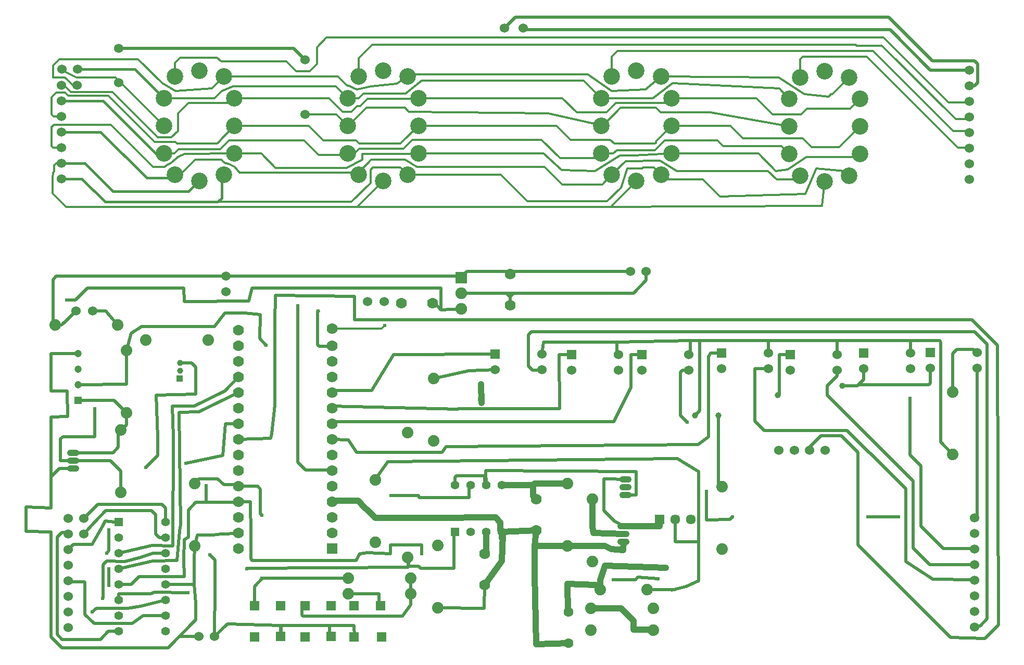
<source format=gbl>
G04 ---------------------------- Layer name :BOTTOM LAYER*
G04 EasyEDA v5.8.22, Tue, 15 Jan 2019 07:50:08 GMT*
G04 124a35e5ee4140e2850748e1f34f2f7a*
G04 Gerber Generator version 0.2*
G04 Scale: 100 percent, Rotated: No, Reflected: No *
G04 Dimensions in millimeters *
G04 leading zeros omitted , absolute positions ,3 integer and 3 decimal *
%FSLAX33Y33*%
%MOMM*%
G90*
G71D02*

%ADD11C,0.499999*%
%ADD13C,0.999998*%
%ADD14C,0.299974*%
%ADD15C,0.619760*%
%ADD16R,1.778000X1.778000*%
%ADD17C,1.778000*%
%ADD18R,1.397000X1.397000*%
%ADD19C,1.397000*%
%ADD20C,1.879600*%
%ADD21R,1.612900X1.612900*%
%ADD22C,1.612900*%
%ADD23C,1.599999*%
%ADD24R,1.524000X1.524000*%
%ADD25C,1.524000*%
%ADD26R,1.198880X1.198880*%
%ADD27C,1.198880*%
%ADD28R,0.990600X0.990600*%
%ADD29C,0.990600*%
%ADD30R,1.905000X1.905000*%
%ADD31C,1.905000*%
%ADD32C,2.700020*%
%ADD33C,1.000001*%
%ADD34C,0.508000*%
%ADD35C,0.499872*%
%ADD36C,0.399999*%

%LPD*%
G54D13*
G01X50853Y27669D02*
G01X55425Y27669D01*
G01X56589Y26504D01*
G01X56589Y26504D02*
G01X56949Y26145D01*
G01X56949Y26145D02*
G01X56949Y26145D01*
G01X58219Y24875D01*
G01X67363Y24875D01*
G01X67363Y24875D02*
G01X77771Y24936D01*
G01X78539Y24113D01*
G01X78539Y22843D01*
G01X78793Y22589D01*
G01X76253Y22589D02*
G01X76253Y21147D01*
G01X76253Y19287D01*
G01X75999Y19033D01*
G01X75999Y18779D01*
G01X75999Y13953D02*
G01X78839Y17803D01*
G01X78961Y22115D01*
G01X78820Y21548D01*
G01X78793Y22589D01*
G54D11*
G01X62740Y28499D02*
G01X60779Y28498D01*
G01X63497Y28486D01*
G01X65240Y28499D01*
G01X65331Y28178D01*
G01X73459Y28178D01*
G01X73459Y29956D01*
G01X73713Y30210D01*
G54D13*
G01X78793Y30209D02*
G01X81734Y30209D01*
G01X83873Y30209D01*
G01X84127Y30463D01*
G01X78793Y22589D02*
G01X84401Y22842D01*
G01X84127Y20303D01*
G01X84127Y30463D02*
G01X89461Y30463D01*
G01X84127Y20303D02*
G01X89461Y20303D01*
G54D11*
G01X98592Y23528D02*
G01X98592Y23528D01*
G01X97081Y24368D01*
G01X95420Y26029D01*
G01X95420Y31199D01*
G01X96936Y31198D01*
G01X98981Y31069D01*
G01X99184Y30921D01*
G54D13*
G01X98592Y23528D02*
G01X104460Y23519D01*
G01X104470Y24640D01*
G01X104470Y24640D01*
G01X89461Y20303D02*
G01X95557Y20303D01*
G01X96619Y19749D01*
G01X98540Y19629D01*
G01X98592Y20988D01*
G01X93525Y27923D02*
G01X93519Y23449D01*
G01X93720Y22373D01*
G01X98592Y22258D01*
G54D11*
G01X71173Y30209D02*
G01X71173Y31479D01*
G01X71427Y31733D01*
G01X75999Y31733D01*
G01X75999Y30463D01*
G01X76253Y30209D01*
G01X76273Y30208D02*
G01X76222Y32555D01*
G01X100705Y32385D01*
G01X100705Y29210D01*
G01X100705Y28575D01*
G01X100705Y28575D01*
G01X98930Y28600D01*
G54D34*
G01X58240Y31079D02*
G01X58981Y32242D01*
G01X60319Y34048D01*
G01X107320Y34549D01*
G01X110865Y32385D01*
G01X110865Y27805D01*
G01X110865Y27305D01*
G01X110865Y24130D01*
G01X110865Y20955D01*
G01X107055Y20955D01*
G01X107007Y24620D01*
G01X107007Y24620D01*
G01X106479Y13191D02*
G01X106460Y13119D01*
G01X108765Y13699D01*
G01X110865Y14605D01*
G01X110865Y24621D01*
G54D11*
G01X102415Y13191D02*
G01X105178Y13191D01*
G01X106479Y13191D01*
G01X106987Y13191D01*
G54D13*
G01X89662Y9519D02*
G01X89580Y9519D01*
G01X89500Y14159D01*
G01X94023Y13964D01*
G01X94795Y13192D01*
G01X89662Y4439D02*
G01X84380Y4320D01*
G01X84170Y15595D01*
G01X84127Y20304D01*
G01X94795Y13191D02*
G01X94795Y14715D01*
G01X95569Y17048D01*
G01X105463Y16747D01*
G01X83873Y30209D02*
G01X83873Y28431D01*
G01X84381Y27923D01*
G54D11*
G01X84381Y22843D02*
G01X84381Y20557D01*
G01X84635Y20303D01*
G54D13*
G01X93271Y10143D02*
G01X98224Y10143D01*
G01X100269Y8100D01*
G01X100269Y6697D01*
G01X103321Y6697D01*
G01X103431Y6587D01*
G54D11*
G01X51058Y45615D02*
G01X57662Y45615D01*
G01X61218Y51457D01*
G01X77740Y51551D01*
G01X90173Y51456D02*
G01X88141Y51456D01*
G01X88220Y42672D01*
G01X71727Y42672D01*
G01X71727Y42602D01*
G01X51057Y43074D01*
G01X101604Y51457D02*
G01X100334Y51457D01*
G01X99826Y51457D01*
G01X99826Y46123D01*
G01X97032Y40535D01*
G01X51058Y40535D01*
G01X114559Y51711D02*
G01X112781Y51711D01*
G01X112473Y51112D01*
G01X112473Y38112D01*
G01X110707Y36830D01*
G01X69740Y36499D01*
G01X69070Y35560D01*
G01X64943Y35560D01*
G01X55240Y35499D01*
G01X53820Y37548D01*
G01X51219Y37612D01*
G01X67740Y47579D02*
G01X73474Y48864D01*
G01X77739Y49009D01*
G01X77739Y49009D01*
G01X123699Y44818D02*
G01X123976Y44852D01*
G01X123956Y51457D01*
G01X124718Y51457D01*
G01X125734Y51457D01*
G01X125734Y51457D01*
G54D13*
G01X75441Y46630D02*
G01X75477Y43603D01*
G01X75476Y44352D01*
G01X75477Y43603D01*
G54D11*
G01X134232Y46378D02*
G01X136656Y46377D01*
G01X137672Y47393D01*
G01X137672Y49171D01*
G01X85360Y51548D02*
G01X85602Y53489D01*
G01X97286Y53489D01*
G01X97540Y53489D01*
G01X97540Y51711D01*
G01X97794Y51457D01*
G01X97540Y53489D02*
G01X109478Y53743D01*
G01X109478Y51711D01*
G01X109224Y51457D01*
G01X109478Y53743D02*
G01X111002Y53743D01*
G01X111002Y53743D02*
G01X122178Y53743D01*
G01X122178Y51711D01*
G01X122178Y53743D02*
G01X133354Y53743D01*
G01X133354Y51457D01*
G01X133354Y53743D02*
G01X145292Y53743D01*
G01X145292Y51711D01*
G01X111002Y53743D02*
G01X111002Y42313D01*
G01X110240Y41551D01*
G01X109225Y48915D02*
G01X108165Y48915D01*
G01X107840Y48587D01*
G01X107840Y41527D01*
G01X108938Y40429D01*
G01X114051Y41551D02*
G01X114051Y30530D01*
G01X114627Y29954D01*
G01X16497Y19116D02*
G01X21910Y20378D01*
G01X25319Y20298D01*
G01X25420Y38058D01*
G01X25420Y38058D01*
G01X25420Y38058D01*
G01X25219Y43048D01*
G01X28819Y43048D01*
G01X33738Y45534D01*
G01X35979Y47772D01*
G01X16497Y16576D02*
G01X22023Y17821D01*
G01X26000Y17940D01*
G01X26436Y22740D01*
G01X26570Y23799D01*
G01X26319Y42049D01*
G01X29519Y42148D01*
G01X35979Y45232D01*
G01X16497Y11495D02*
G01X16497Y11495D01*
G01X16502Y12507D01*
G01X21701Y12506D01*
G01X22326Y12768D01*
G01X27759Y12715D01*
G01X24117Y24195D02*
G01X24117Y26472D01*
G01X23522Y27067D01*
G01X13120Y27067D01*
G01X10853Y24800D01*
G01X24117Y21655D02*
G01X23083Y21655D01*
G01X22482Y22257D01*
G01X22482Y25377D01*
G01X21832Y26027D01*
G01X14422Y26027D01*
G01X12602Y24207D01*
G01X10853Y22260D01*
G01X16497Y6415D02*
G01X14830Y6415D01*
G01X13512Y5097D01*
G01X7272Y5097D01*
G01X6492Y5877D01*
G01X6492Y21737D01*
G01X7272Y22517D01*
G01X8056Y22517D01*
G01X8313Y22260D01*
G01X16502Y24208D02*
G01X15852Y24208D01*
G01X14320Y24348D01*
G01X13919Y23548D01*
G01X12212Y20566D01*
G01X9161Y20566D01*
G01X8313Y19720D01*
G01X24117Y8955D02*
G01X20490Y8955D01*
G01X18720Y7648D01*
G01X12519Y7648D01*
G01X11042Y9127D01*
G01X11042Y14327D01*
G01X10912Y14457D01*
G01X8496Y14457D01*
G01X8313Y14640D01*
G01X24117Y11495D02*
G01X20089Y10499D01*
G01X17932Y10167D01*
G01X12862Y10167D01*
G01X12212Y9517D01*
G01X24117Y19116D02*
G01X22070Y19116D01*
G01X20089Y18428D01*
G01X17489Y17778D01*
G01X14551Y17838D01*
G01X13964Y17251D01*
G01X13964Y11856D01*
G01X13901Y11727D01*
G01X16497Y14030D02*
G01X18552Y14030D01*
G01X19829Y15308D01*
G01X26720Y15308D01*
G01X27170Y15340D01*
G01X27070Y18048D01*
G01X27172Y21336D01*
G01X27820Y21737D01*
G01X27820Y26159D01*
G01X29060Y27398D01*
G01X30720Y27449D01*
G01X30720Y27449D02*
G01X35925Y27398D01*
G01X35979Y27452D01*
G01X24070Y14048D02*
G01X28819Y14048D01*
G01X28819Y14048D01*
G01X28801Y17645D01*
G01X28834Y20302D01*
G01X29319Y22048D01*
G01X30820Y22048D01*
G01X31820Y22048D01*
G01X33152Y22283D01*
G01X35935Y22329D01*
G01X35979Y22372D01*
G01X85360Y49008D02*
G01X83853Y48915D01*
G01X83139Y49628D01*
G01X83139Y54698D01*
G01X83659Y55218D01*
G01X155679Y55218D01*
G01X157759Y53138D01*
G01X157759Y8418D01*
G01X156589Y7248D01*
G01X155816Y7248D01*
G01X155679Y7112D01*
G01X122179Y49169D02*
G01X119989Y49169D01*
G01X119931Y49108D01*
G01X119931Y40657D01*
G01X121460Y39128D01*
G01X134932Y39128D01*
G01X138569Y35491D01*
G01X138648Y35458D01*
G01X144500Y29608D01*
G01X144500Y17780D01*
G01X148920Y14919D01*
G01X155623Y14787D01*
G01X155679Y14732D01*
G01X133355Y48915D02*
G01X133355Y47974D01*
G01X131759Y46378D01*
G01X131759Y44819D01*
G01X145669Y30909D01*
G01X145669Y19989D01*
G01X148399Y17259D01*
G01X155666Y17259D01*
G01X155679Y17272D01*
G01X145207Y44329D02*
G01X145207Y35139D01*
G01X146969Y33378D01*
G01X146969Y23500D01*
G01X150609Y19857D01*
G01X155420Y19857D01*
G01X155679Y19812D01*
G01X155679Y19812D01*
G01X155679Y19812D01*
G01X156080Y49237D02*
G01X156080Y25293D01*
G01X155679Y24892D01*
G01X96918Y14787D02*
G01X100558Y14787D01*
G01X100949Y15179D01*
G01X104214Y14948D01*
G01X104199Y14918D01*
G01X128889Y35880D02*
G01X128889Y36360D01*
G01X130749Y38219D01*
G01X134028Y38219D01*
G01X136700Y35547D01*
G01X136700Y20507D01*
G01X151780Y5427D01*
G01X157396Y5252D01*
G01X159583Y7442D01*
G01X159451Y53009D01*
G01X155290Y57167D01*
G01X54858Y57150D01*
G01X54859Y60968D01*
G01X41990Y61098D01*
G01X41930Y56649D01*
G01X41930Y43258D01*
G01X41409Y38580D01*
G01X41249Y37823D01*
G01X35979Y37612D01*
G01X9103Y35455D02*
G01X15536Y35455D01*
G01X16450Y36368D01*
G01X16450Y38743D01*
G01X16878Y39171D01*
G01X9103Y34185D02*
G01X15123Y34185D01*
G01X16839Y32469D01*
G01X16839Y29050D01*
G01X16878Y29011D01*
G01X9875Y46507D02*
G01X9875Y46507D01*
G01X17810Y46669D01*
G01X17744Y52097D01*
G01X30720Y30149D02*
G01X30720Y27449D01*
G01X9103Y32915D02*
G01X6885Y32915D01*
G01X5529Y31559D01*
G01X5529Y26484D01*
G01X1419Y26616D01*
G01X1421Y22652D01*
G01X5529Y22620D01*
G01X5529Y5519D01*
G01X7310Y3738D01*
G01X24511Y3738D01*
G01X29060Y8288D01*
G01X29060Y11018D01*
G01X28818Y14048D01*
G01X17744Y41937D02*
G01X17744Y40038D01*
G01X16878Y39171D01*
G01X9872Y43967D02*
G01X15714Y43967D01*
G01X17744Y41937D01*
G01X9875Y51587D02*
G01X5501Y51587D01*
G01X5501Y45499D01*
G01X8089Y45499D01*
G01X8190Y41340D01*
G01X5501Y41285D01*
G01X5501Y31689D01*
G01X5529Y31559D01*
G01X17744Y52097D02*
G01X18529Y54957D01*
G01X20219Y55998D01*
G01X21127Y55999D01*
G01X32049Y55999D01*
G01X33738Y58209D01*
G01X36990Y58209D01*
G01X39520Y57979D01*
G01X39458Y54051D01*
G01X40500Y53009D01*
G01X26461Y50088D02*
G01X28341Y50088D01*
G01X29019Y49410D01*
G01X29020Y45048D01*
G01X22621Y44848D01*
G01X22819Y38059D01*
G01X22819Y35069D01*
G01X20868Y33119D01*
G01X21000Y33119D01*
G01X7480Y56648D02*
G01X7611Y56648D01*
G01X9560Y58597D01*
G01X12291Y58597D02*
G01X14389Y58597D01*
G01X16324Y56266D01*
G01X35979Y27452D02*
G01X37899Y27528D01*
G01X38028Y22070D01*
G01X38028Y21158D01*
G01X38028Y20899D01*
G01X38028Y18298D01*
G01X38160Y17909D01*
G01X55110Y17909D01*
G01X55740Y18999D01*
G01X56956Y19182D01*
G01X60740Y18999D01*
G01X60740Y20499D01*
G01X65740Y20500D01*
G01X65740Y18999D01*
G01X29574Y5544D02*
G01X26334Y5554D01*
G01X26329Y5560D01*
G01X32113Y5544D02*
G01X32174Y13797D01*
G01X32174Y13797D01*
G01X28834Y30462D02*
G01X28834Y30563D01*
G01X29513Y31242D01*
G01X32626Y31242D01*
G01X33569Y30298D01*
G01X35672Y30298D01*
G01X35979Y29992D01*
G01X35979Y29992D02*
G01X39126Y29992D01*
G01X39569Y29548D01*
G01X39569Y25548D01*
G01X39819Y25298D01*
G01X5821Y61548D02*
G01X5819Y56611D01*
G01X6164Y56266D01*
G01X6164Y56266D02*
G01X7228Y56266D01*
G01X7612Y56649D01*
G01X37320Y16548D02*
G01X37320Y16649D01*
G01X63580Y16800D01*
G01X63500Y18480D01*
G01X63741Y16959D01*
G01X65239Y17000D01*
G01X65641Y16649D01*
G01X71069Y16649D01*
G01X71069Y22486D01*
G01X71173Y22590D01*
G01X32174Y13797D02*
G01X32174Y17985D01*
G01X31320Y18839D01*
G01X112135Y29210D02*
G01X112135Y29210D01*
G01X112120Y24554D01*
G01X115892Y24622D01*
G01X116319Y25049D01*
G01X138320Y25049D02*
G01X143319Y25049D01*
G01X45629Y59408D02*
G01X45629Y33938D01*
G01X46918Y32649D01*
G01X51102Y32649D01*
G01X51219Y32532D01*
G01X42819Y7366D02*
G01X50820Y7366D01*
G01X50820Y5766D01*
G01X51056Y5529D01*
G01X50820Y7366D02*
G01X54780Y7359D01*
G01X54820Y5466D01*
G01X54820Y5466D01*
G01X53825Y12542D02*
G01X58813Y12542D01*
G01X58820Y12548D01*
G01X58820Y10768D01*
G01X59057Y10530D01*
G01X63985Y12542D02*
G01X63985Y15034D01*
G01X63985Y12542D02*
G01X63985Y10771D01*
G01X62617Y8890D01*
G01X46479Y8890D01*
G01X46319Y9050D01*
G01X46319Y10045D01*
G01X46822Y10548D01*
G01X35979Y40152D02*
G01X33822Y40152D01*
G01X33420Y35039D01*
G01X27419Y33748D01*
G01X14919Y22948D02*
G01X14919Y19547D01*
G01X14521Y19149D01*
G01X14919Y13848D02*
G01X14919Y16548D01*
G01X68425Y10236D02*
G01X75940Y10160D01*
G01X76019Y13952D01*
G01X76019Y13952D01*
G01X76019Y13952D01*
G01X76019Y13952D01*
G54D35*
G01X42920Y7366D02*
G01X42920Y5651D01*
G01X42819Y5549D01*
G01X42819Y5549D02*
G01X42819Y5816D01*
G01X42819Y7366D01*
G01X34193Y7620D01*
G01X32118Y5544D01*
G54D11*
G01X39819Y15049D02*
G01X53809Y15049D01*
G01X53825Y15034D01*
G01X148460Y49237D02*
G01X148460Y46799D01*
G01X148220Y46559D01*
G01X136836Y46559D01*
G01X136768Y46492D01*
G01X145293Y53743D02*
G01X149996Y53743D01*
G01X150220Y53519D01*
G01X150220Y37211D01*
G01X152165Y35186D01*
G01X152165Y45346D02*
G01X152163Y51623D01*
G01X152860Y52319D01*
G01X155538Y52319D01*
G01X156080Y51777D01*
G54D14*
G01X51219Y55646D02*
G01X59286Y55646D01*
G01X59801Y56159D01*
G54D11*
G01X38580Y10568D02*
G01X38580Y13728D01*
G01X39900Y15049D01*
G01X9103Y34185D02*
G01X7020Y34189D01*
G01X7020Y37699D01*
G01X7410Y38089D01*
G01X12610Y38089D01*
G01X12611Y38940D01*
G01X12610Y42638D01*
G01X5821Y61546D02*
G01X5821Y63670D01*
G01X6370Y64219D01*
G01X71997Y64219D01*
G01X72200Y64016D01*
G01X8061Y60319D02*
G01X9491Y60319D01*
G01X11440Y62270D01*
G01X27119Y62270D01*
G01X27170Y60060D01*
G01X37701Y60190D01*
G01X38178Y62270D01*
G01X66951Y62270D01*
G01X68874Y62270D01*
G01X68900Y58759D01*
G01X72202Y58940D01*
G01X99710Y64998D02*
G01X73181Y64998D01*
G01X72200Y64016D01*
G01X72202Y61481D02*
G01X100222Y61481D01*
G01X102310Y63569D01*
G01X102310Y64998D01*
G01X102311Y64998D01*
G54D36*
G01X9786Y97919D02*
G01X19149Y97919D01*
G01X23856Y93212D01*
G54D14*
G01X7246Y97919D02*
G01X7246Y97791D01*
G01X9620Y96588D01*
G01X15985Y96588D01*
G01X23856Y88717D01*
G54D36*
G01X7201Y92796D02*
G01X13932Y92796D01*
G01X23180Y83548D01*
G01X23856Y84221D01*
G01X7201Y87716D02*
G01X13552Y87716D01*
G01X21060Y80208D01*
G01X25100Y80208D01*
G01X25608Y80716D01*
G01X7201Y82636D02*
G01X10962Y82636D01*
G01X15601Y77998D01*
G01X27868Y77998D01*
G01X29596Y79725D01*
G01X7201Y80096D02*
G01X10513Y80096D01*
G01X14300Y76309D01*
G01X32629Y76309D01*
G01X33279Y76959D01*
G01X33279Y80411D01*
G01X33583Y80716D01*
G54D14*
G01X7201Y85176D02*
G01X5822Y85176D01*
G01X5590Y85407D01*
G01X5590Y88529D01*
G01X5979Y88917D01*
G01X15209Y88917D01*
G01X22100Y82029D01*
G01X23919Y82029D01*
G01X24310Y82288D01*
G01X25090Y82676D01*
G01X25740Y83327D01*
G01X26260Y83718D01*
G01X27300Y84108D01*
G01X35336Y84221D01*
G01X7201Y90256D02*
G01X5941Y90256D01*
G01X5590Y90609D01*
G01X5590Y93337D01*
G01X6370Y94117D01*
G01X6921Y94117D01*
G01X7800Y94117D01*
G01X8321Y93598D01*
G01X14821Y93598D01*
G01X22359Y86057D01*
G01X25740Y86057D01*
G01X25999Y85798D01*
G01X32499Y85798D01*
G01X32890Y86187D01*
G01X32890Y86271D01*
G01X35336Y88717D01*
G01X9741Y95336D02*
G01X9052Y95336D01*
G01X8059Y96326D01*
G01X7671Y96588D01*
G01X5849Y96588D01*
G01X5849Y98539D01*
G01X6891Y99578D01*
G01X19629Y99578D01*
G01X23581Y95625D01*
G01X25697Y94391D01*
G01X31633Y94767D01*
G01X33583Y96718D01*
G01X7201Y95336D02*
G01X7622Y95336D01*
G01X8710Y94249D01*
G01X15471Y94249D01*
G01X22880Y86837D01*
G01X25090Y86837D01*
G01X26130Y87877D01*
G01X26130Y90737D01*
G01X27820Y92428D01*
G01X35202Y92428D01*
G01X35336Y93212D01*
G01X32629Y76309D02*
G01X54341Y76309D01*
G01X57459Y79428D01*
G01X57459Y81508D01*
G01X57848Y81897D01*
G01X62304Y81897D01*
G01X63485Y80716D01*
G01X7201Y82636D02*
G01X6328Y82636D01*
G01X5980Y82288D01*
G01X5980Y81248D01*
G01X5850Y81118D01*
G01X5850Y80728D01*
G01X5720Y80598D01*
G01X5720Y77737D01*
G01X7930Y75528D01*
G01X55299Y75528D01*
G01X59497Y79725D01*
G01X25608Y80716D02*
G01X26507Y80716D01*
G01X28989Y83197D01*
G01X33149Y83197D01*
G01X33670Y82676D01*
G01X34320Y82548D01*
G01X34579Y82417D01*
G01X35360Y82028D01*
G01X36139Y81117D01*
G01X55109Y81117D01*
G01X55510Y80716D01*
G01X35336Y84223D02*
G01X39667Y84223D01*
G01X41989Y81887D01*
G01X53561Y81887D01*
G01X56159Y83197D01*
G01X56159Y84109D01*
G01X65882Y84109D01*
G01X65237Y84221D01*
G01X35336Y88717D02*
G01X47391Y88717D01*
G01X49789Y86316D01*
G01X55099Y86316D01*
G01X55620Y85798D01*
G01X62339Y85798D01*
G01X62839Y86316D01*
G01X65237Y88717D01*
G01X23856Y93212D02*
G01X32114Y93212D01*
G01X33280Y94378D01*
G01X35100Y95158D01*
G01X35750Y95158D01*
G01X51812Y95158D01*
G01X53757Y93213D01*
G01X33583Y96718D02*
G01X52130Y96718D01*
G01X53560Y95288D01*
G01X54210Y95158D01*
G01X54600Y94898D01*
G01X55250Y94638D01*
G01X57590Y95158D01*
G01X61750Y95548D01*
G01X63485Y96718D01*
G01X23856Y84221D02*
G01X25593Y84221D01*
G01X26260Y84888D01*
G01X33020Y84888D01*
G01X34450Y86318D01*
G01X46670Y86318D01*
G01X49009Y83978D01*
G01X53513Y83978D01*
G01X53756Y84221D01*
G01X46799Y90606D02*
G01X51866Y90606D01*
G01X53756Y88717D01*
G01X63485Y80716D02*
G01X78661Y80716D01*
G01X82941Y76438D01*
G01X95940Y76438D01*
G01X98173Y78671D01*
G01X99266Y81767D01*
G01X101658Y81767D01*
G01X101790Y81897D01*
G01X103512Y81897D01*
G01X104696Y80716D01*
G01X52260Y75526D02*
G01X96509Y75526D01*
G01X100707Y79725D01*
G01X55509Y80716D02*
G01X55509Y81117D01*
G01X57589Y83197D01*
G01X63050Y83197D01*
G01X63929Y82687D01*
G01X64430Y82388D01*
G01X64730Y82188D01*
G01X64991Y82029D01*
G01X85799Y82029D01*
G01X88659Y79169D01*
G01X95171Y79169D01*
G01X96721Y80716D01*
G01X53756Y84221D02*
G01X54843Y84221D01*
G01X55640Y85018D01*
G01X62789Y85018D01*
G01X64220Y86448D01*
G01X85280Y86448D01*
G01X88270Y83457D01*
G01X94204Y83457D01*
G01X94967Y84221D01*
G01X65237Y88717D02*
G01X87691Y88717D01*
G01X89959Y86448D01*
G01X96459Y86448D01*
G01X97109Y85798D01*
G01X103739Y85798D01*
G01X103871Y85928D01*
G01X103871Y86141D01*
G01X106446Y88717D01*
G01X53756Y88717D02*
G01X53879Y88717D01*
G01X56809Y91648D01*
G01X35336Y93212D02*
G01X50695Y93212D01*
G01X52910Y90997D01*
G01X54340Y90997D01*
G01X55250Y91908D01*
G01X55770Y91908D01*
G01X56940Y93077D01*
G01X65102Y93077D01*
G01X65237Y93212D01*
G01X56809Y91648D02*
G01X63050Y91648D01*
G01X63701Y90997D01*
G01X86320Y90738D01*
G01X95034Y88785D01*
G01X94965Y88717D01*
G01X65237Y84221D02*
G01X85556Y84221D01*
G01X88530Y81508D01*
G01X93990Y81378D01*
G01X98020Y83848D01*
G01X100359Y83848D01*
G01X106446Y84221D01*
G01X65237Y93212D02*
G01X88656Y93212D01*
G01X91000Y90868D01*
G01X95811Y90868D01*
G01X97371Y92428D01*
G01X105661Y92428D01*
G01X106446Y93212D01*
G01X53756Y93212D02*
G01X55515Y93212D01*
G01X56290Y93988D01*
G01X63180Y93988D01*
G01X65780Y96068D01*
G01X92110Y96068D01*
G01X94965Y93212D01*
G01X63485Y96718D02*
G01X63485Y97088D01*
G01X92805Y97088D01*
G01X96719Y94378D01*
G01X102179Y94638D01*
G01X104693Y96718D01*
G01X93731Y75526D02*
G01X130910Y75658D01*
G01X131325Y79626D01*
G01X104693Y80716D02*
G01X104693Y79988D01*
G01X111500Y79988D01*
G01X114269Y77218D01*
G01X128181Y77607D01*
G01X130000Y81768D01*
G01X134551Y81379D01*
G01X135313Y80617D01*
G01X96718Y80716D02*
G01X96718Y80726D01*
G01X98930Y82938D01*
G01X104519Y83068D01*
G01X107249Y81378D01*
G01X122070Y81378D01*
G01X123499Y79948D01*
G01X126669Y79948D01*
G01X127338Y80617D01*
G01X106446Y88717D02*
G01X116030Y88717D01*
G01X118038Y86707D01*
G01X127790Y86707D01*
G01X129220Y85277D01*
G01X133726Y85277D01*
G01X137066Y88618D01*
G01X106446Y84221D02*
G01X120525Y84221D01*
G01X123370Y81378D01*
G01X125320Y81638D01*
G01X128310Y83588D01*
G01X136532Y83588D01*
G01X137066Y84122D01*
G01X94965Y84221D02*
G01X96963Y84221D01*
G01X97500Y84758D01*
G01X103740Y84758D01*
G01X105300Y86318D01*
G01X113879Y86318D01*
G01X114789Y85408D01*
G01X124299Y85408D01*
G01X125585Y84122D01*
G01X94965Y88717D02*
G01X95219Y88717D01*
G01X98151Y91648D01*
G01X103871Y91648D01*
G01X104650Y90868D01*
G01X112710Y90868D01*
G01X125585Y88618D01*
G01X106446Y93212D02*
G01X120245Y93212D01*
G01X122849Y90608D01*
G01X127529Y90608D01*
G01X128440Y91518D01*
G01X135470Y91518D01*
G01X137066Y93113D01*
G01X104693Y96718D02*
G01X123890Y96588D01*
G01X128050Y93858D01*
G01X131950Y93468D01*
G01X132340Y93858D01*
G01X132552Y93858D01*
G01X135313Y96619D01*
G01X94965Y93212D02*
G01X103354Y93212D01*
G01X106600Y95678D01*
G01X123931Y94768D01*
G01X125585Y93113D01*
G01X25608Y96718D02*
G01X25608Y98927D01*
G01X26520Y99837D01*
G01X32499Y99837D01*
G01X33149Y99186D01*
G01X43810Y99186D01*
G01X45369Y97627D01*
G01X47579Y97627D01*
G01X48722Y98770D01*
G01X48722Y101500D01*
G01X50310Y103088D01*
G01X140919Y103088D01*
G01X151450Y92557D01*
G01X154366Y92557D01*
G01X154482Y92674D01*
G01X55509Y96718D02*
G01X55509Y99707D01*
G01X57719Y101917D01*
G01X136370Y101917D01*
G01X136499Y101787D01*
G01X140660Y101787D01*
G01X152621Y89827D01*
G01X154175Y89827D01*
G01X154482Y90134D01*
G01X96718Y96718D02*
G01X96718Y99966D01*
G01X97630Y100878D01*
G01X139230Y100878D01*
G01X152230Y87878D01*
G01X154198Y87878D01*
G01X154482Y87594D01*
G01X127338Y96619D02*
G01X127338Y99517D01*
G01X127790Y99966D01*
G01X138182Y99966D01*
G01X153003Y85148D01*
G01X154389Y85148D01*
G01X154482Y85054D01*
G54D34*
G01X16464Y101290D02*
G01X44958Y101290D01*
G01X46799Y99448D01*
G01X154482Y97754D02*
G01X148524Y97754D01*
G01X141940Y104338D01*
G01X82504Y104338D01*
G01X82250Y104592D01*
G01X154482Y95214D02*
G01X155676Y95214D01*
G01X156164Y95702D01*
G01X156164Y98750D01*
G01X155656Y99258D01*
G01X148798Y99258D01*
G01X141686Y106370D01*
G01X80980Y106370D01*
G01X79202Y104592D01*
G54D11*
G01X78780Y64998D02*
G01X79832Y64998D01*
G01X80210Y64620D01*
G01X80210Y59540D02*
G01X80210Y60960D01*
G01X80731Y61480D01*
G01X80210Y59540D02*
G01X80210Y60830D01*
G01X79560Y61480D01*
G01X67602Y59799D02*
G01X67861Y59799D01*
G01X68900Y58760D01*
G01X49009Y58498D02*
G01X48879Y58498D01*
G01X48879Y57774D01*
G01X48879Y53037D01*
G01X49138Y52778D01*
G01X51145Y52778D01*
G01X51219Y52852D01*
G54D16*
G01X51216Y19832D03*
G54D17*
G01X51219Y22372D03*
G01X51219Y24912D03*
G01X51219Y27452D03*
G01X51219Y29992D03*
G01X51219Y32532D03*
G01X51219Y35072D03*
G01X51219Y37612D03*
G01X51219Y40152D03*
G01X51219Y42692D03*
G01X51219Y45232D03*
G01X51219Y47772D03*
G01X51219Y50312D03*
G01X51219Y52852D03*
G01X51219Y55646D03*
G01X35979Y19832D03*
G01X35979Y22372D03*
G01X35979Y24912D03*
G01X35979Y27452D03*
G01X35979Y29992D03*
G01X35979Y32532D03*
G01X35979Y35072D03*
G01X35979Y37612D03*
G01X35979Y40152D03*
G01X35979Y42692D03*
G01X35979Y45232D03*
G01X35979Y47772D03*
G01X35979Y50312D03*
G01X35979Y52852D03*
G01X35979Y55392D03*
G54D18*
G01X16502Y24207D03*
G54D19*
G01X16497Y21650D03*
G01X16497Y19110D03*
G01X16497Y16570D03*
G01X16497Y14030D03*
G01X16497Y11490D03*
G01X16497Y8950D03*
G01X16497Y6410D03*
G01X24117Y6410D03*
G01X24117Y8950D03*
G01X24117Y11490D03*
G01X24117Y14030D03*
G01X24117Y16570D03*
G01X24117Y19110D03*
G01X24117Y21650D03*
G01X24117Y24190D03*
G54D18*
G01X71173Y22589D03*
G54D19*
G01X73733Y22588D03*
G01X76273Y22588D03*
G01X78813Y22588D03*
G01X78813Y30208D03*
G01X76273Y30208D03*
G01X73733Y30208D03*
G01X71193Y30208D03*
G54D20*
G01X89481Y30462D03*
G01X89481Y20302D03*
G01X93291Y10142D03*
G01X103451Y10142D03*
G01X58239Y20919D03*
G01X58239Y31079D03*
G01X93291Y6586D03*
G01X103451Y6586D03*
G01X93545Y17762D03*
G01X93545Y27922D03*
G54D21*
G01X104469Y24640D03*
G54D22*
G01X107007Y24620D03*
G01X109547Y24620D03*
G54D20*
G01X102435Y13190D03*
G01X94815Y13190D03*
G54D23*
G01X89662Y9519D03*
G01X89662Y4439D03*
G54D20*
G01X114627Y29954D03*
G01X114627Y19794D03*
G54D17*
G01X76019Y19032D03*
G01X76019Y13952D03*
G01X84401Y22842D03*
G01X84401Y27922D03*
G54D24*
G01X77739Y51551D03*
G54D25*
G01X77739Y49009D03*
G01X85359Y49009D03*
G01X85359Y51549D03*
G54D24*
G01X90174Y51457D03*
G54D25*
G01X90175Y48915D03*
G01X97795Y48915D03*
G01X97795Y51455D03*
G54D24*
G01X101604Y51457D03*
G54D25*
G01X101605Y48915D03*
G01X109225Y48915D03*
G01X109225Y51455D03*
G54D24*
G01X114558Y51711D03*
G54D25*
G01X114559Y49169D03*
G01X122179Y49169D03*
G01X122179Y51709D03*
G54D20*
G01X67741Y37419D03*
G01X67741Y47579D03*
G54D24*
G01X125734Y51457D03*
G54D25*
G01X125735Y48915D03*
G01X133355Y48915D03*
G01X133355Y51455D03*
G54D24*
G01X137672Y51711D03*
G54D25*
G01X137673Y49169D03*
G01X145293Y49169D03*
G01X145293Y51709D03*
G54D24*
G01X148468Y51791D03*
G54D25*
G01X148460Y49237D03*
G01X156080Y49237D03*
G01X156080Y51777D03*
G54D26*
G01X9872Y43968D03*
G54D27*
G01X9875Y46507D03*
G01X9875Y49047D03*
G01X9875Y51587D03*
G54D20*
G01X17744Y52097D03*
G01X17744Y41937D03*
G01X16878Y29011D03*
G01X16878Y39171D03*
G01X20868Y53789D03*
G01X31028Y53789D03*
G01X16324Y56266D03*
G01X6164Y56266D03*
G54D28*
G01X26453Y47554D03*
G54D29*
G01X26461Y48818D03*
G01X26461Y50088D03*
G54D30*
G01X72199Y64017D03*
G54D31*
G01X72202Y61480D03*
G01X72202Y58940D03*
G54D25*
G01X32118Y5544D03*
G01X29578Y5544D03*
G54D20*
G01X28834Y20302D03*
G01X28834Y30462D03*
G01X53825Y15034D03*
G01X63985Y15034D03*
G01X53825Y12542D03*
G01X63985Y12542D03*
G01X68425Y10236D03*
G01X68425Y20396D03*
G01X63502Y18402D03*
G01X63502Y38722D03*
G01X152173Y35173D03*
G01X152173Y45333D03*
G54D25*
G01X33931Y64221D03*
G01X33931Y61681D03*
G54D32*
G01X25608Y96717D03*
G01X29596Y97708D03*
G01X33584Y96717D03*
G01X35336Y93212D03*
G01X35336Y88716D03*
G01X35336Y84220D03*
G01X33584Y80715D03*
G01X29596Y79725D03*
G01X25608Y80715D03*
G01X23856Y84220D03*
G01X23856Y88716D03*
G01X23856Y93212D03*
G01X55509Y96717D03*
G01X59497Y97708D03*
G01X63485Y96717D03*
G01X65237Y93212D03*
G01X65237Y88716D03*
G01X65237Y84220D03*
G01X63485Y80715D03*
G01X59497Y79725D03*
G01X55509Y80715D03*
G01X53757Y84220D03*
G01X53757Y88716D03*
G01X53757Y93212D03*
G01X127338Y96618D03*
G01X131326Y97609D03*
G01X135313Y96618D03*
G01X137066Y93113D03*
G01X137066Y88617D03*
G01X137066Y84121D03*
G01X135313Y80616D03*
G01X131326Y79625D03*
G01X127338Y80616D03*
G01X125585Y84121D03*
G01X125585Y88617D03*
G01X125585Y93113D03*
G01X96718Y96717D03*
G01X100706Y97708D03*
G01X104694Y96717D03*
G01X106446Y93212D03*
G01X106446Y88716D03*
G01X106446Y84220D03*
G01X104694Y80715D03*
G01X100706Y79725D03*
G01X96718Y80715D03*
G01X94966Y84220D03*
G01X94966Y88716D03*
G01X94966Y93212D03*
G54D17*
G01X80210Y59540D03*
G01X80210Y64620D03*
G01X67602Y59799D03*
G01X62522Y59799D03*
G54D25*
G01X8313Y22252D03*
G01X8313Y19712D03*
G01X8313Y17172D03*
G01X8313Y14632D03*
G01X8313Y12092D03*
G01X8313Y9552D03*
G01X8313Y7012D03*
G01X8313Y24792D03*
G01X10853Y24792D03*
G01X10853Y22252D03*
G01X155679Y7112D03*
G01X155679Y9652D03*
G01X155679Y12192D03*
G01X155679Y14732D03*
G01X155679Y17272D03*
G01X155679Y19812D03*
G01X155679Y22352D03*
G01X155679Y24892D03*
G01X123888Y35879D03*
G01X126387Y35879D03*
G01X128889Y35879D03*
G01X131388Y35879D03*
G01X9560Y58597D03*
G01X12291Y58597D03*
G36*
G01X37818Y11330D02*
G01X39342Y11330D01*
G01X39342Y9806D01*
G01X37818Y9806D01*
G01X37818Y11330D01*
G37*
G36*
G01X37818Y6250D02*
G01X39342Y6250D01*
G01X39342Y4726D01*
G01X37818Y4726D01*
G01X37818Y6250D01*
G37*
G01X56941Y60060D03*
G01X59690Y60060D03*
G54D24*
G01X42820Y10548D03*
G01X42820Y5548D03*
G36*
G01X46055Y11311D02*
G01X47579Y11311D01*
G01X47579Y9787D01*
G01X46055Y9787D01*
G01X46055Y11311D01*
G37*
G36*
G01X46055Y6231D02*
G01X47579Y6231D01*
G01X47579Y4707D01*
G01X46055Y4707D01*
G01X46055Y6231D01*
G37*
G01X51057Y10529D03*
G01X51057Y5529D03*
G36*
G01X54054Y11311D02*
G01X55578Y11311D01*
G01X55578Y9787D01*
G01X54054Y9787D01*
G01X54054Y11311D01*
G37*
G36*
G01X54054Y6231D02*
G01X55578Y6231D01*
G01X55578Y4707D01*
G01X54054Y4707D01*
G01X54054Y6231D01*
G37*
G01X59056Y10529D03*
G01X59259Y5440D03*
G54D25*
G01X102311Y64998D03*
G01X99710Y64998D03*
G01X7201Y95335D03*
G01X7201Y92795D03*
G01X7201Y90255D03*
G01X7201Y87715D03*
G01X7201Y85175D03*
G01X7201Y82635D03*
G01X7201Y80095D03*
G01X9741Y95335D03*
G01X154889Y79973D03*
G01X154889Y82513D03*
G01X154889Y85053D03*
G01X154889Y87593D03*
G01X154889Y90133D03*
G01X154889Y92673D03*
G01X154889Y95213D03*
G01X154889Y97753D03*
G01X7247Y97919D03*
G01X9787Y97919D03*
G01X46800Y99448D03*
G01X46800Y90606D03*
G01X16464Y101289D03*
G01X79202Y104591D03*
G01X82250Y104591D03*
G01X16464Y95701D03*
G54D13*
G01X105463Y16746D03*
G01X67363Y24874D03*
G54D15*
G01X112135Y29210D03*
G54D13*
G01X123700Y44818D03*
G01X75443Y46631D03*
G01X75478Y43604D03*
G01X134231Y46380D03*
G01X110241Y41551D03*
G01X114051Y41551D03*
G54D15*
G01X108938Y40429D03*
G01X145207Y44329D03*
G01X27759Y12715D03*
G01X12212Y9517D03*
G01X13901Y11727D03*
G01X96918Y14787D03*
G01X104213Y14947D03*
G01X30721Y27449D03*
G01X30721Y30149D03*
G01X40500Y53009D03*
G01X45629Y59408D03*
G01X20868Y33119D03*
G01X65740Y18999D03*
G01X39819Y25298D03*
G01X37320Y16548D03*
G01X31320Y18839D03*
G01X138320Y25049D03*
G01X143319Y25049D03*
G01X116319Y25049D03*
G01X59801Y56159D03*
G01X27419Y33748D03*
G01X14919Y22948D03*
G01X14521Y19149D03*
G01X14919Y16548D03*
G01X14919Y13848D03*
G01X39819Y15049D03*
G01X60779Y28498D03*
G01X12611Y42638D03*
G01X8061Y60319D03*
G01X48951Y58542D03*
G54D33*
G01X8603Y32915D02*
G01X9603Y32915D01*
G01X8603Y34185D02*
G01X9603Y34185D01*
G01X8603Y35455D02*
G01X9603Y35455D01*
G01X98430Y28600D02*
G01X99430Y28600D01*
G01X98430Y29870D02*
G01X99430Y29870D01*
G01X98430Y31140D02*
G01X99430Y31140D01*
G01X98092Y20988D02*
G01X99092Y20988D01*
G01X98092Y22258D02*
G01X99092Y22258D01*
G01X98092Y23528D02*
G01X99092Y23528D01*
M00*
M02*

</source>
